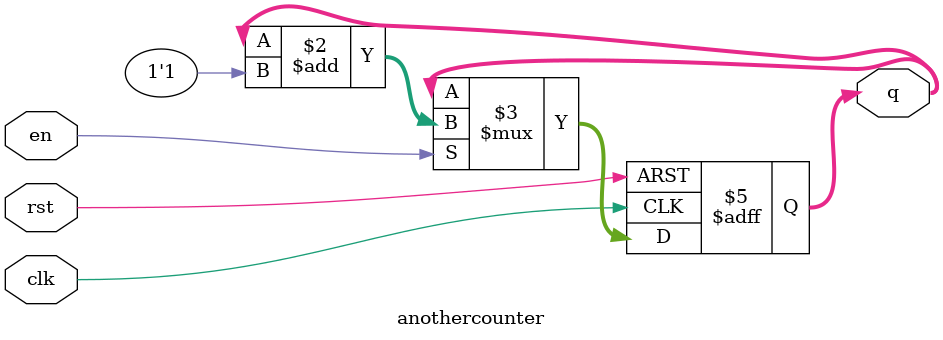
<source format=v>
module anothercounter(

	input	wire	en, // active high
	input	wire	clk,
	input	wire	rst, // active high async
	output	reg		[15:0]	q
);

	always	@(posedge clk, posedge rst)
	
		if(rst)	q <=	16'd0;
		else	if(en) q <= q + 1'b1;

endmodule

</source>
